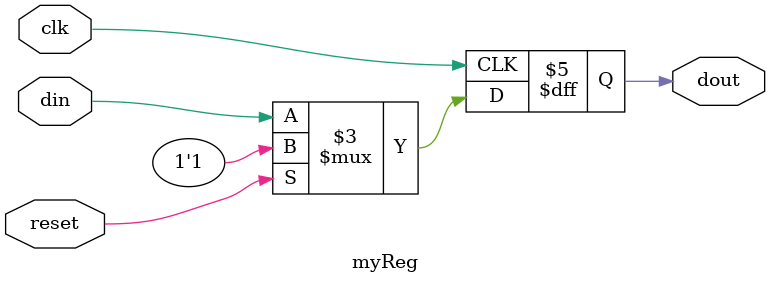
<source format=v>
module myReg
#(parameter N = 1, qinit=1)
(
	  input clk
	, input reset
	, input wire[N-1:0] din
	, output reg[N-1:0] dout
); 

always@(posedge clk)
	if (reset)
		dout <= qinit;
	else
		dout <= din;
		
endmodule
		

</source>
